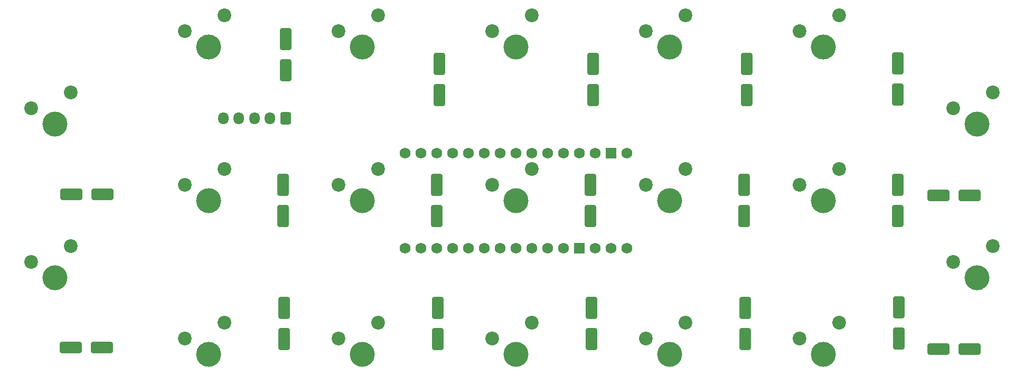
<source format=gbs>
G04 #@! TF.GenerationSoftware,KiCad,Pcbnew,7.0.10*
G04 #@! TF.CreationDate,2024-03-07T18:12:12-05:00*
G04 #@! TF.ProjectId,Main_board,4d61696e-5f62-46f6-9172-642e6b696361,1.0.2*
G04 #@! TF.SameCoordinates,Original*
G04 #@! TF.FileFunction,Soldermask,Bot*
G04 #@! TF.FilePolarity,Negative*
%FSLAX46Y46*%
G04 Gerber Fmt 4.6, Leading zero omitted, Abs format (unit mm)*
G04 Created by KiCad (PCBNEW 7.0.10) date 2024-03-07 18:12:12*
%MOMM*%
%LPD*%
G01*
G04 APERTURE LIST*
G04 Aperture macros list*
%AMRoundRect*
0 Rectangle with rounded corners*
0 $1 Rounding radius*
0 $2 $3 $4 $5 $6 $7 $8 $9 X,Y pos of 4 corners*
0 Add a 4 corners polygon primitive as box body*
4,1,4,$2,$3,$4,$5,$6,$7,$8,$9,$2,$3,0*
0 Add four circle primitives for the rounded corners*
1,1,$1+$1,$2,$3*
1,1,$1+$1,$4,$5*
1,1,$1+$1,$6,$7*
1,1,$1+$1,$8,$9*
0 Add four rect primitives between the rounded corners*
20,1,$1+$1,$2,$3,$4,$5,0*
20,1,$1+$1,$4,$5,$6,$7,0*
20,1,$1+$1,$6,$7,$8,$9,0*
20,1,$1+$1,$8,$9,$2,$3,0*%
G04 Aperture macros list end*
%ADD10C,4.000000*%
%ADD11C,2.200000*%
%ADD12RoundRect,0.250000X0.650000X-1.500000X0.650000X1.500000X-0.650000X1.500000X-0.650000X-1.500000X0*%
%ADD13RoundRect,0.250000X-1.500000X-0.650000X1.500000X-0.650000X1.500000X0.650000X-1.500000X0.650000X0*%
%ADD14RoundRect,0.250000X-0.650000X1.500000X-0.650000X-1.500000X0.650000X-1.500000X0.650000X1.500000X0*%
%ADD15C,1.727200*%
%ADD16R,1.727200X1.727200*%
%ADD17RoundRect,0.250000X1.500000X0.650000X-1.500000X0.650000X-1.500000X-0.650000X1.500000X-0.650000X0*%
%ADD18RoundRect,0.250000X0.600000X0.725000X-0.600000X0.725000X-0.600000X-0.725000X0.600000X-0.725000X0*%
%ADD19O,1.700000X1.950000*%
G04 APERTURE END LIST*
D10*
X239268000Y-145669000D03*
D11*
X241808000Y-140589000D03*
X235458000Y-143129000D03*
D10*
X140716000Y-157988000D03*
D11*
X143256000Y-152908000D03*
X136906000Y-155448000D03*
D10*
X140716000Y-133350000D03*
D11*
X143256000Y-128270000D03*
X136906000Y-130810000D03*
D10*
X214630000Y-121031000D03*
D11*
X217170000Y-115951000D03*
X210820000Y-118491000D03*
D10*
X165354000Y-145669000D03*
D11*
X167894000Y-140589000D03*
X161544000Y-143129000D03*
D10*
X263906000Y-145669000D03*
D11*
X266446000Y-140589000D03*
X260096000Y-143129000D03*
D10*
X189992000Y-145669000D03*
D11*
X192532000Y-140589000D03*
X186182000Y-143129000D03*
D10*
X263906000Y-121031000D03*
D11*
X266446000Y-115951000D03*
X260096000Y-118491000D03*
D10*
X263906000Y-170307000D03*
D11*
X266446000Y-165227000D03*
X260096000Y-167767000D03*
D10*
X214630000Y-145669000D03*
D11*
X217170000Y-140589000D03*
X210820000Y-143129000D03*
D10*
X239268000Y-121031000D03*
D11*
X241808000Y-115951000D03*
X235458000Y-118491000D03*
D10*
X214630000Y-170307000D03*
D11*
X217170000Y-165227000D03*
X210820000Y-167767000D03*
D10*
X189992000Y-121031000D03*
D11*
X192532000Y-115951000D03*
X186182000Y-118491000D03*
D10*
X189992000Y-170307000D03*
D11*
X192532000Y-165227000D03*
X186182000Y-167767000D03*
D10*
X288544000Y-157988000D03*
D11*
X291084000Y-152908000D03*
X284734000Y-155448000D03*
D10*
X165354000Y-121031000D03*
D11*
X167894000Y-115951000D03*
X161544000Y-118491000D03*
D10*
X165354000Y-170307000D03*
D11*
X167894000Y-165227000D03*
X161544000Y-167767000D03*
D10*
X288544000Y-133350000D03*
D11*
X291084000Y-128270000D03*
X284734000Y-130810000D03*
D10*
X239268000Y-170307000D03*
D11*
X241808000Y-165227000D03*
X235458000Y-167767000D03*
D12*
X202311000Y-128738000D03*
X202311000Y-123738000D03*
X251206000Y-148082000D03*
X251206000Y-143082000D03*
D13*
X282361000Y-144780000D03*
X287361000Y-144780000D03*
D14*
X226695000Y-162854000D03*
X226695000Y-167854000D03*
D15*
X199390000Y-138049000D03*
X224790000Y-138049000D03*
X204470000Y-138049000D03*
X207010000Y-138049000D03*
X209550000Y-138049000D03*
X212090000Y-138049000D03*
X214630000Y-138049000D03*
X217170000Y-138049000D03*
X219710000Y-138049000D03*
X222250000Y-138049000D03*
X201930000Y-138049000D03*
X229870000Y-153289000D03*
X232410000Y-153289000D03*
X222250000Y-153289000D03*
X219710000Y-153289000D03*
X217170000Y-153289000D03*
X214630000Y-153289000D03*
X212090000Y-153289000D03*
X209550000Y-153289000D03*
X207010000Y-153289000D03*
X204470000Y-153289000D03*
X201930000Y-153289000D03*
X199390000Y-153289000D03*
X196850000Y-153289000D03*
X196850000Y-138049000D03*
D16*
X224790000Y-153289000D03*
X229870000Y-138049000D03*
D15*
X227330000Y-153289000D03*
X227330000Y-138049000D03*
X232410000Y-138049000D03*
D12*
X201930000Y-148082000D03*
X201930000Y-143082000D03*
X275844000Y-128611000D03*
X275844000Y-123611000D03*
X226568000Y-148082000D03*
X226568000Y-143082000D03*
D17*
X148209000Y-169164000D03*
X143209000Y-169164000D03*
D12*
X251587000Y-128738000D03*
X251587000Y-123738000D03*
X226949000Y-128738000D03*
X226949000Y-123738000D03*
X275844000Y-148082000D03*
X275844000Y-143082000D03*
D18*
X177673000Y-132444000D03*
D19*
X175173000Y-132444000D03*
X172673000Y-132444000D03*
X170173000Y-132444000D03*
X167673000Y-132444000D03*
D12*
X177292000Y-148082000D03*
X177292000Y-143082000D03*
D14*
X251333000Y-162854000D03*
X251333000Y-167854000D03*
X177419000Y-162854000D03*
X177419000Y-167854000D03*
D17*
X148296000Y-144653000D03*
X143296000Y-144653000D03*
D14*
X202057000Y-162854000D03*
X202057000Y-167854000D03*
X275971000Y-162727000D03*
X275971000Y-167727000D03*
D12*
X177673000Y-124714000D03*
X177673000Y-119714000D03*
D13*
X282361000Y-169418000D03*
X287361000Y-169418000D03*
M02*

</source>
